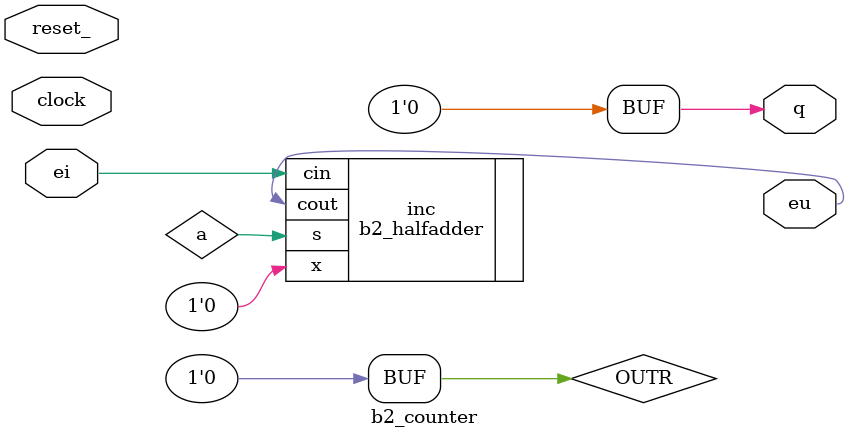
<source format=v>
module b2_counter(eu, q, ei, clock, reset_);
  input clock, reset_;
  input ei;
  output eu, q;
  
	reg OUTR;
  assign q = OUTR;	
  
	wire a; // l'uscita dell'incrementatore
	b2_halfadder inc (
		.x(q), .cin(ei),
		.s(a), .cout(eu)
	);

  always @(reset_ == 0) #1 OUTR <= 0;
  always @(posedge clock) if (reset_==1) #2 OUTR <= a;
endmodule

</source>
